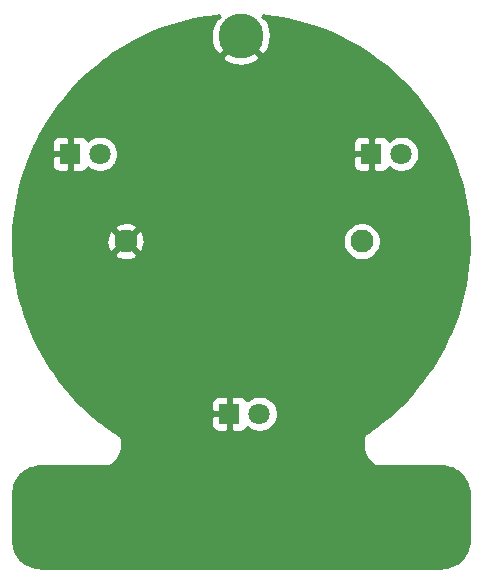
<source format=gbr>
%TF.GenerationSoftware,KiCad,Pcbnew,5.1.9*%
%TF.CreationDate,2021-04-20T19:45:11+02:00*%
%TF.ProjectId,ICanSolder,4943616e-536f-46c6-9465-722e6b696361,rev?*%
%TF.SameCoordinates,Original*%
%TF.FileFunction,Copper,L1,Top*%
%TF.FilePolarity,Positive*%
%FSLAX46Y46*%
G04 Gerber Fmt 4.6, Leading zero omitted, Abs format (unit mm)*
G04 Created by KiCad (PCBNEW 5.1.9) date 2021-04-20 19:45:11*
%MOMM*%
%LPD*%
G01*
G04 APERTURE LIST*
%TA.AperFunction,ComponentPad*%
%ADD10C,3.800000*%
%TD*%
%TA.AperFunction,ComponentPad*%
%ADD11C,1.800000*%
%TD*%
%TA.AperFunction,ComponentPad*%
%ADD12R,1.800000X1.800000*%
%TD*%
%TA.AperFunction,ComponentPad*%
%ADD13C,1.948180*%
%TD*%
%TA.AperFunction,Conductor*%
%ADD14C,0.254000*%
%TD*%
%TA.AperFunction,Conductor*%
%ADD15C,0.100000*%
%TD*%
G04 APERTURE END LIST*
D10*
%TO.P,H1,1*%
%TO.N,GND*%
X180962489Y-98000000D03*
%TD*%
D11*
%TO.P,D1,2*%
%TO.N,VCC*%
X169040000Y-108000000D03*
D12*
%TO.P,D1,1*%
%TO.N,GND*%
X166500000Y-108000000D03*
%TD*%
D11*
%TO.P,D3,2*%
%TO.N,VCC*%
X194540000Y-108000000D03*
D12*
%TO.P,D3,1*%
%TO.N,GND*%
X192000000Y-108000000D03*
%TD*%
D11*
%TO.P,D2,2*%
%TO.N,VCC*%
X182540000Y-130000000D03*
D12*
%TO.P,D2,1*%
%TO.N,GND*%
X180000000Y-130000000D03*
%TD*%
D13*
%TO.P,BT1,2*%
%TO.N,GND*%
X171200000Y-115400000D03*
%TO.P,BT1,1*%
%TO.N,VCC*%
X191197420Y-115400000D03*
%TD*%
D14*
%TO.N,GND*%
X182935944Y-96285054D02*
X183901653Y-96407837D01*
X184851881Y-96577510D01*
X185784727Y-96792532D01*
X186699616Y-97052435D01*
X187596323Y-97355809D01*
X188472331Y-97700992D01*
X189326644Y-98087702D01*
X190158597Y-98513390D01*
X190966324Y-98977877D01*
X191749165Y-99479902D01*
X192505489Y-100018071D01*
X193234810Y-100590541D01*
X193934835Y-101197315D01*
X194604798Y-101836349D01*
X195243713Y-102506216D01*
X195850092Y-103206427D01*
X196423142Y-103935777D01*
X196961280Y-104691880D01*
X197463065Y-105474831D01*
X197927866Y-106282829D01*
X198353909Y-107114432D01*
X198739910Y-107969127D01*
X199085349Y-108844933D01*
X199388780Y-109740877D01*
X199648497Y-110656139D01*
X199863606Y-111589723D01*
X200033256Y-112539351D01*
X200155918Y-113505132D01*
X200230802Y-114484983D01*
X200255915Y-115481003D01*
X200242924Y-116193933D01*
X200203585Y-116904385D01*
X200138164Y-117609661D01*
X200047952Y-118308454D01*
X199932476Y-119001030D01*
X199792464Y-119686676D01*
X199628193Y-120364303D01*
X199440194Y-121033310D01*
X199228080Y-121694162D01*
X198993550Y-122345912D01*
X198735582Y-122986746D01*
X198455367Y-123618000D01*
X198153692Y-124237699D01*
X197829750Y-124845474D01*
X197484666Y-125441575D01*
X197119144Y-126024210D01*
X196732170Y-126593938D01*
X196325780Y-127150105D01*
X195899826Y-127690718D01*
X195453682Y-128216585D01*
X194989090Y-128726665D01*
X194505425Y-129220806D01*
X194003704Y-129697991D01*
X193484398Y-130158036D01*
X192947128Y-130599502D01*
X192393181Y-131022884D01*
X191821651Y-131427069D01*
X191686893Y-131515332D01*
X191673023Y-131521655D01*
X191630575Y-131552220D01*
X191615073Y-131562373D01*
X191603259Y-131571888D01*
X191563523Y-131600500D01*
X191550825Y-131614120D01*
X191536318Y-131625804D01*
X191504897Y-131663382D01*
X191471509Y-131699193D01*
X191461713Y-131715027D01*
X191449763Y-131729318D01*
X191426280Y-131772298D01*
X191400516Y-131813941D01*
X191393995Y-131831387D01*
X191385066Y-131847730D01*
X191370422Y-131894457D01*
X191365112Y-131908664D01*
X191360357Y-131926574D01*
X191344714Y-131976488D01*
X191343081Y-131991641D01*
X191330552Y-132038828D01*
X191323677Y-132062146D01*
X191321929Y-132071308D01*
X191319533Y-132080331D01*
X191315626Y-132104335D01*
X191297728Y-132198129D01*
X191292176Y-132224395D01*
X191291432Y-132231126D01*
X191290161Y-132237785D01*
X191287736Y-132264547D01*
X191277069Y-132361010D01*
X191273740Y-132385082D01*
X191273373Y-132394433D01*
X191272345Y-132403728D01*
X191272054Y-132428016D01*
X191268291Y-132523874D01*
X191266676Y-132548026D01*
X191266972Y-132557456D01*
X191266602Y-132566888D01*
X191268028Y-132591059D01*
X191270215Y-132660675D01*
X191270049Y-132680714D01*
X191271271Y-132694277D01*
X191271699Y-132707890D01*
X191274289Y-132727764D01*
X191280198Y-132793333D01*
X191281387Y-132814965D01*
X191283215Y-132826812D01*
X191284291Y-132838752D01*
X191288342Y-132860040D01*
X191298040Y-132922894D01*
X191300126Y-132941737D01*
X191303165Y-132956109D01*
X191305407Y-132970637D01*
X191310124Y-132989012D01*
X191323201Y-133050850D01*
X191327014Y-133072493D01*
X191330154Y-133083726D01*
X191332570Y-133095152D01*
X191339208Y-133116119D01*
X191356164Y-133176784D01*
X191360714Y-133196034D01*
X191365206Y-133209134D01*
X191368941Y-133222499D01*
X191376119Y-133240965D01*
X191395993Y-133298933D01*
X191401956Y-133318738D01*
X191406904Y-133330754D01*
X191411114Y-133343034D01*
X191419699Y-133361828D01*
X191442700Y-133417690D01*
X191449350Y-133435956D01*
X191455502Y-133448779D01*
X191460915Y-133461926D01*
X191470040Y-133479084D01*
X191496243Y-133533705D01*
X191504844Y-133553392D01*
X191510767Y-133563980D01*
X191516028Y-133574946D01*
X191527199Y-133593352D01*
X191555956Y-133644756D01*
X191564013Y-133660843D01*
X191572380Y-133674115D01*
X191580031Y-133687791D01*
X191590300Y-133702539D01*
X191620948Y-133751152D01*
X191631149Y-133768811D01*
X191638868Y-133779577D01*
X191645939Y-133790793D01*
X191658467Y-133806912D01*
X191693205Y-133855363D01*
X191704324Y-133872231D01*
X191712791Y-133882681D01*
X191720630Y-133893614D01*
X191733955Y-133908801D01*
X191770795Y-133954267D01*
X191782383Y-133969849D01*
X191791959Y-133980386D01*
X191800928Y-133991456D01*
X191814576Y-134005276D01*
X191853358Y-134047953D01*
X191865769Y-134062810D01*
X191875968Y-134072833D01*
X191885584Y-134083415D01*
X191899943Y-134096395D01*
X191941028Y-134136772D01*
X191954318Y-134150963D01*
X191965008Y-134160339D01*
X191975148Y-134170304D01*
X191990284Y-134182507D01*
X192033387Y-134220311D01*
X192047344Y-134233627D01*
X192058664Y-134242480D01*
X192069468Y-134251956D01*
X192085148Y-134263193D01*
X192135499Y-134302573D01*
X192181438Y-134340274D01*
X192218380Y-134360020D01*
X192253727Y-134382455D01*
X192277730Y-134391743D01*
X192300439Y-134403881D01*
X192340520Y-134416039D01*
X192379568Y-134431149D01*
X192404924Y-134435576D01*
X192429562Y-134443050D01*
X192471243Y-134447155D01*
X192512490Y-134454357D01*
X192571852Y-134452962D01*
X197917547Y-134452962D01*
X198173228Y-134465724D01*
X198404072Y-134500893D01*
X198626113Y-134557629D01*
X198838291Y-134634933D01*
X199040524Y-134732176D01*
X199230862Y-134847396D01*
X199408662Y-134980543D01*
X199572983Y-135129740D01*
X199722374Y-135294255D01*
X199855158Y-135471639D01*
X199970433Y-135662270D01*
X200067880Y-135864927D01*
X200145290Y-136076836D01*
X200201759Y-136298633D01*
X200237004Y-136529779D01*
X200249988Y-136785709D01*
X200249987Y-140695367D01*
X200237004Y-140951056D01*
X200201746Y-141182487D01*
X200145290Y-141404234D01*
X200067880Y-141616143D01*
X199970506Y-141818648D01*
X199855157Y-142009198D01*
X199722372Y-142186788D01*
X199572979Y-142351100D01*
X199408664Y-142500497D01*
X199231078Y-142633279D01*
X199040524Y-142748630D01*
X198838026Y-142846000D01*
X198626109Y-142923412D01*
X198404356Y-142979869D01*
X198172933Y-143015126D01*
X197917250Y-143028108D01*
X164007775Y-143028108D01*
X163752073Y-143015126D01*
X163520683Y-142979871D01*
X163298968Y-142923418D01*
X163087047Y-142845998D01*
X162884392Y-142748571D01*
X162693866Y-142633311D01*
X162516470Y-142500534D01*
X162351978Y-142351089D01*
X162202712Y-142186806D01*
X162069704Y-142009025D01*
X161954391Y-141818671D01*
X161857187Y-141616307D01*
X161779718Y-141404179D01*
X161723200Y-141182428D01*
X161687993Y-140951204D01*
X161675097Y-140695490D01*
X161675097Y-136785565D01*
X161687994Y-136529631D01*
X161723187Y-136298692D01*
X161779718Y-136076891D01*
X161857187Y-135864763D01*
X161954462Y-135662251D01*
X162069702Y-135471813D01*
X162202714Y-135294233D01*
X162351967Y-135129758D01*
X162516469Y-134980508D01*
X162694079Y-134847366D01*
X162884392Y-134732235D01*
X163086789Y-134634933D01*
X163298965Y-134557622D01*
X163520971Y-134500891D01*
X163751784Y-134465724D01*
X164007495Y-134452962D01*
X169610195Y-134452962D01*
X169669732Y-134454328D01*
X169710786Y-134447136D01*
X169752273Y-134443050D01*
X169777095Y-134435520D01*
X169802642Y-134431045D01*
X169841504Y-134415982D01*
X169881396Y-134403881D01*
X169904274Y-134391653D01*
X169928455Y-134382280D01*
X169963630Y-134359926D01*
X170000397Y-134340274D01*
X170046469Y-134302463D01*
X170096381Y-134263381D01*
X170111525Y-134252561D01*
X170122859Y-134242649D01*
X170134704Y-134233374D01*
X170148159Y-134220523D01*
X170191339Y-134182759D01*
X170206901Y-134170207D01*
X170216638Y-134160633D01*
X170226923Y-134151639D01*
X170240615Y-134137060D01*
X170282245Y-134096131D01*
X170296773Y-134082974D01*
X170306218Y-134072561D01*
X170316244Y-134062704D01*
X170328805Y-134047660D01*
X170367679Y-134004804D01*
X170381322Y-133990962D01*
X170390265Y-133979904D01*
X170399823Y-133969366D01*
X170411410Y-133953755D01*
X170447903Y-133908628D01*
X170460960Y-133893756D01*
X170469050Y-133882479D01*
X170477769Y-133871697D01*
X170488639Y-133855173D01*
X170522803Y-133807548D01*
X170534976Y-133791952D01*
X170542396Y-133780236D01*
X170550483Y-133768963D01*
X170560388Y-133751828D01*
X170591667Y-133702440D01*
X170602781Y-133686396D01*
X170609664Y-133674023D01*
X170617231Y-133662075D01*
X170625998Y-133644660D01*
X170654624Y-133593202D01*
X170665047Y-133576102D01*
X170670962Y-133563832D01*
X170677590Y-133551918D01*
X170685567Y-133533538D01*
X170711702Y-133479326D01*
X170721300Y-133461231D01*
X170726305Y-133449038D01*
X170732027Y-133437168D01*
X170739071Y-133417935D01*
X170762273Y-133361404D01*
X170770739Y-133342856D01*
X170775044Y-133330289D01*
X170780082Y-133318014D01*
X170785932Y-133298503D01*
X170805739Y-133240682D01*
X170812940Y-133222124D01*
X170816638Y-133208865D01*
X170821096Y-133195850D01*
X170825668Y-133176486D01*
X170842344Y-133116690D01*
X170848729Y-133096680D01*
X170851378Y-133084294D01*
X170854777Y-133072107D01*
X170858407Y-133051435D01*
X170871719Y-132989196D01*
X170876745Y-132969474D01*
X170878753Y-132956311D01*
X170881536Y-132943298D01*
X170883820Y-132923085D01*
X170893481Y-132859746D01*
X170897383Y-132839337D01*
X170898550Y-132826512D01*
X170900491Y-132813785D01*
X170901596Y-132793033D01*
X170907551Y-132727579D01*
X170910214Y-132706916D01*
X170910599Y-132694075D01*
X170911761Y-132681305D01*
X170911606Y-132660497D01*
X170913787Y-132587807D01*
X170915133Y-132561356D01*
X170914794Y-132554204D01*
X170915009Y-132547049D01*
X170913205Y-132520639D01*
X170907907Y-132408727D01*
X170907042Y-132380725D01*
X170906317Y-132375140D01*
X170906051Y-132369519D01*
X170901994Y-132341829D01*
X170887835Y-132232738D01*
X170881345Y-132172890D01*
X170869048Y-132133744D01*
X170859802Y-132093760D01*
X170848876Y-132069527D01*
X170840907Y-132044159D01*
X170821205Y-132008157D01*
X170804340Y-131970752D01*
X170788894Y-131949113D01*
X170776131Y-131925791D01*
X170749789Y-131894330D01*
X170725946Y-131860928D01*
X170706574Y-131842718D01*
X170689507Y-131822334D01*
X170657524Y-131796609D01*
X170627632Y-131768509D01*
X170576564Y-131736622D01*
X170103110Y-131426969D01*
X169531940Y-131022914D01*
X169371121Y-130900000D01*
X178461928Y-130900000D01*
X178474188Y-131024482D01*
X178510498Y-131144180D01*
X178569463Y-131254494D01*
X178648815Y-131351185D01*
X178745506Y-131430537D01*
X178855820Y-131489502D01*
X178975518Y-131525812D01*
X179100000Y-131538072D01*
X179714250Y-131535000D01*
X179873000Y-131376250D01*
X179873000Y-130127000D01*
X178623750Y-130127000D01*
X178465000Y-130285750D01*
X178461928Y-130900000D01*
X169371121Y-130900000D01*
X168977948Y-130599498D01*
X168440506Y-130157996D01*
X167921221Y-129698015D01*
X167419557Y-129220862D01*
X167301283Y-129100000D01*
X178461928Y-129100000D01*
X178465000Y-129714250D01*
X178623750Y-129873000D01*
X179873000Y-129873000D01*
X179873000Y-128623750D01*
X180127000Y-128623750D01*
X180127000Y-129873000D01*
X180147000Y-129873000D01*
X180147000Y-130127000D01*
X180127000Y-130127000D01*
X180127000Y-131376250D01*
X180285750Y-131535000D01*
X180900000Y-131538072D01*
X181024482Y-131525812D01*
X181144180Y-131489502D01*
X181254494Y-131430537D01*
X181351185Y-131351185D01*
X181430537Y-131254494D01*
X181489502Y-131144180D01*
X181495056Y-131125873D01*
X181561495Y-131192312D01*
X181812905Y-131360299D01*
X182092257Y-131476011D01*
X182388816Y-131535000D01*
X182691184Y-131535000D01*
X182987743Y-131476011D01*
X183267095Y-131360299D01*
X183518505Y-131192312D01*
X183732312Y-130978505D01*
X183900299Y-130727095D01*
X184016011Y-130447743D01*
X184075000Y-130151184D01*
X184075000Y-129848816D01*
X184016011Y-129552257D01*
X183900299Y-129272905D01*
X183732312Y-129021495D01*
X183518505Y-128807688D01*
X183267095Y-128639701D01*
X182987743Y-128523989D01*
X182691184Y-128465000D01*
X182388816Y-128465000D01*
X182092257Y-128523989D01*
X181812905Y-128639701D01*
X181561495Y-128807688D01*
X181495056Y-128874127D01*
X181489502Y-128855820D01*
X181430537Y-128745506D01*
X181351185Y-128648815D01*
X181254494Y-128569463D01*
X181144180Y-128510498D01*
X181024482Y-128474188D01*
X180900000Y-128461928D01*
X180285750Y-128465000D01*
X180127000Y-128623750D01*
X179873000Y-128623750D01*
X179714250Y-128465000D01*
X179100000Y-128461928D01*
X178975518Y-128474188D01*
X178855820Y-128510498D01*
X178745506Y-128569463D01*
X178648815Y-128648815D01*
X178569463Y-128745506D01*
X178510498Y-128855820D01*
X178474188Y-128975518D01*
X178461928Y-129100000D01*
X167301283Y-129100000D01*
X166935961Y-128726688D01*
X166471370Y-128216695D01*
X166025596Y-127690722D01*
X165599052Y-127149976D01*
X165192845Y-126593990D01*
X164805905Y-126024202D01*
X164440230Y-125441566D01*
X164095300Y-124845553D01*
X163771419Y-124237706D01*
X163469540Y-123617955D01*
X163189456Y-122986828D01*
X162931548Y-122345956D01*
X162697007Y-121694171D01*
X162484854Y-121033282D01*
X162296798Y-120364351D01*
X162132604Y-119686622D01*
X161992395Y-119001006D01*
X161877132Y-118308479D01*
X161786784Y-117609619D01*
X161721392Y-116904387D01*
X161699896Y-116516935D01*
X170262670Y-116516935D01*
X170355305Y-116778688D01*
X170640505Y-116916989D01*
X170947205Y-116996992D01*
X171263620Y-117015624D01*
X171577590Y-116972169D01*
X171877050Y-116868297D01*
X172044695Y-116778688D01*
X172137330Y-116516935D01*
X171200000Y-115579605D01*
X170262670Y-116516935D01*
X161699896Y-116516935D01*
X161681976Y-116193946D01*
X161669062Y-115481024D01*
X161669500Y-115463620D01*
X169584376Y-115463620D01*
X169627831Y-115777590D01*
X169731703Y-116077050D01*
X169821312Y-116244695D01*
X170083065Y-116337330D01*
X171020395Y-115400000D01*
X171379605Y-115400000D01*
X172316935Y-116337330D01*
X172578688Y-116244695D01*
X172716989Y-115959495D01*
X172796992Y-115652795D01*
X172815624Y-115336380D01*
X172802495Y-115241518D01*
X189588330Y-115241518D01*
X189588330Y-115558482D01*
X189650166Y-115869354D01*
X189771463Y-116162190D01*
X189947558Y-116425735D01*
X190171685Y-116649862D01*
X190435230Y-116825957D01*
X190728066Y-116947254D01*
X191038938Y-117009090D01*
X191355902Y-117009090D01*
X191666774Y-116947254D01*
X191959610Y-116825957D01*
X192223155Y-116649862D01*
X192447282Y-116425735D01*
X192623377Y-116162190D01*
X192744674Y-115869354D01*
X192806510Y-115558482D01*
X192806510Y-115241518D01*
X192744674Y-114930646D01*
X192623377Y-114637810D01*
X192447282Y-114374265D01*
X192223155Y-114150138D01*
X191959610Y-113974043D01*
X191666774Y-113852746D01*
X191355902Y-113790910D01*
X191038938Y-113790910D01*
X190728066Y-113852746D01*
X190435230Y-113974043D01*
X190171685Y-114150138D01*
X189947558Y-114374265D01*
X189771463Y-114637810D01*
X189650166Y-114930646D01*
X189588330Y-115241518D01*
X172802495Y-115241518D01*
X172772169Y-115022410D01*
X172668297Y-114722950D01*
X172578688Y-114555305D01*
X172316935Y-114462670D01*
X171379605Y-115400000D01*
X171020395Y-115400000D01*
X170083065Y-114462670D01*
X169821312Y-114555305D01*
X169683011Y-114840505D01*
X169603008Y-115147205D01*
X169584376Y-115463620D01*
X161669500Y-115463620D01*
X161694074Y-114487436D01*
X161709617Y-114283065D01*
X170262670Y-114283065D01*
X171200000Y-115220395D01*
X172137330Y-114283065D01*
X172044695Y-114021312D01*
X171759495Y-113883011D01*
X171452795Y-113803008D01*
X171136380Y-113784376D01*
X170822410Y-113827831D01*
X170522950Y-113931703D01*
X170355305Y-114021312D01*
X170262670Y-114283065D01*
X161709617Y-114283065D01*
X161768443Y-113509606D01*
X161890754Y-112545785D01*
X162059401Y-111597682D01*
X162273920Y-110666328D01*
X162532848Y-109752802D01*
X162820614Y-108900000D01*
X164961928Y-108900000D01*
X164974188Y-109024482D01*
X165010498Y-109144180D01*
X165069463Y-109254494D01*
X165148815Y-109351185D01*
X165245506Y-109430537D01*
X165355820Y-109489502D01*
X165475518Y-109525812D01*
X165600000Y-109538072D01*
X166214250Y-109535000D01*
X166373000Y-109376250D01*
X166373000Y-108127000D01*
X165123750Y-108127000D01*
X164965000Y-108285750D01*
X164961928Y-108900000D01*
X162820614Y-108900000D01*
X162834690Y-108858287D01*
X163178928Y-107983694D01*
X163563626Y-107130485D01*
X163579207Y-107100000D01*
X164961928Y-107100000D01*
X164965000Y-107714250D01*
X165123750Y-107873000D01*
X166373000Y-107873000D01*
X166373000Y-106623750D01*
X166627000Y-106623750D01*
X166627000Y-107873000D01*
X166647000Y-107873000D01*
X166647000Y-108127000D01*
X166627000Y-108127000D01*
X166627000Y-109376250D01*
X166785750Y-109535000D01*
X167400000Y-109538072D01*
X167524482Y-109525812D01*
X167644180Y-109489502D01*
X167754494Y-109430537D01*
X167851185Y-109351185D01*
X167930537Y-109254494D01*
X167989502Y-109144180D01*
X167995056Y-109125873D01*
X168061495Y-109192312D01*
X168312905Y-109360299D01*
X168592257Y-109476011D01*
X168888816Y-109535000D01*
X169191184Y-109535000D01*
X169487743Y-109476011D01*
X169767095Y-109360299D01*
X170018505Y-109192312D01*
X170232312Y-108978505D01*
X170284767Y-108900000D01*
X190461928Y-108900000D01*
X190474188Y-109024482D01*
X190510498Y-109144180D01*
X190569463Y-109254494D01*
X190648815Y-109351185D01*
X190745506Y-109430537D01*
X190855820Y-109489502D01*
X190975518Y-109525812D01*
X191100000Y-109538072D01*
X191714250Y-109535000D01*
X191873000Y-109376250D01*
X191873000Y-108127000D01*
X190623750Y-108127000D01*
X190465000Y-108285750D01*
X190461928Y-108900000D01*
X170284767Y-108900000D01*
X170400299Y-108727095D01*
X170516011Y-108447743D01*
X170575000Y-108151184D01*
X170575000Y-107848816D01*
X170516011Y-107552257D01*
X170400299Y-107272905D01*
X170284768Y-107100000D01*
X190461928Y-107100000D01*
X190465000Y-107714250D01*
X190623750Y-107873000D01*
X191873000Y-107873000D01*
X191873000Y-106623750D01*
X192127000Y-106623750D01*
X192127000Y-107873000D01*
X192147000Y-107873000D01*
X192147000Y-108127000D01*
X192127000Y-108127000D01*
X192127000Y-109376250D01*
X192285750Y-109535000D01*
X192900000Y-109538072D01*
X193024482Y-109525812D01*
X193144180Y-109489502D01*
X193254494Y-109430537D01*
X193351185Y-109351185D01*
X193430537Y-109254494D01*
X193489502Y-109144180D01*
X193495056Y-109125873D01*
X193561495Y-109192312D01*
X193812905Y-109360299D01*
X194092257Y-109476011D01*
X194388816Y-109535000D01*
X194691184Y-109535000D01*
X194987743Y-109476011D01*
X195267095Y-109360299D01*
X195518505Y-109192312D01*
X195732312Y-108978505D01*
X195900299Y-108727095D01*
X196016011Y-108447743D01*
X196075000Y-108151184D01*
X196075000Y-107848816D01*
X196016011Y-107552257D01*
X195900299Y-107272905D01*
X195732312Y-107021495D01*
X195518505Y-106807688D01*
X195267095Y-106639701D01*
X194987743Y-106523989D01*
X194691184Y-106465000D01*
X194388816Y-106465000D01*
X194092257Y-106523989D01*
X193812905Y-106639701D01*
X193561495Y-106807688D01*
X193495056Y-106874127D01*
X193489502Y-106855820D01*
X193430537Y-106745506D01*
X193351185Y-106648815D01*
X193254494Y-106569463D01*
X193144180Y-106510498D01*
X193024482Y-106474188D01*
X192900000Y-106461928D01*
X192285750Y-106465000D01*
X192127000Y-106623750D01*
X191873000Y-106623750D01*
X191714250Y-106465000D01*
X191100000Y-106461928D01*
X190975518Y-106474188D01*
X190855820Y-106510498D01*
X190745506Y-106569463D01*
X190648815Y-106648815D01*
X190569463Y-106745506D01*
X190510498Y-106855820D01*
X190474188Y-106975518D01*
X190461928Y-107100000D01*
X170284768Y-107100000D01*
X170232312Y-107021495D01*
X170018505Y-106807688D01*
X169767095Y-106639701D01*
X169487743Y-106523989D01*
X169191184Y-106465000D01*
X168888816Y-106465000D01*
X168592257Y-106523989D01*
X168312905Y-106639701D01*
X168061495Y-106807688D01*
X167995056Y-106874127D01*
X167989502Y-106855820D01*
X167930537Y-106745506D01*
X167851185Y-106648815D01*
X167754494Y-106569463D01*
X167644180Y-106510498D01*
X167524482Y-106474188D01*
X167400000Y-106461928D01*
X166785750Y-106465000D01*
X166627000Y-106623750D01*
X166373000Y-106623750D01*
X166214250Y-106465000D01*
X165600000Y-106461928D01*
X165475518Y-106474188D01*
X165355820Y-106510498D01*
X165245506Y-106569463D01*
X165148815Y-106648815D01*
X165069463Y-106745506D01*
X165010498Y-106855820D01*
X164974188Y-106975518D01*
X164961928Y-107100000D01*
X163579207Y-107100000D01*
X163988283Y-106299642D01*
X164450823Y-105492796D01*
X164950894Y-104711275D01*
X165487002Y-103955010D01*
X166057420Y-103226888D01*
X166661822Y-102527174D01*
X167298683Y-101857375D01*
X167966636Y-101218869D01*
X168664461Y-100611899D01*
X169391101Y-100038978D01*
X169758969Y-99776349D01*
X179365745Y-99776349D01*
X179569851Y-100132867D01*
X180012712Y-100363575D01*
X180492072Y-100503452D01*
X180989510Y-100547123D01*
X181485911Y-100492909D01*
X181962196Y-100342894D01*
X182355127Y-100132867D01*
X182559233Y-99776349D01*
X180962489Y-98179605D01*
X179365745Y-99776349D01*
X169758969Y-99776349D01*
X170144744Y-99500936D01*
X170925345Y-98998338D01*
X171730642Y-98532820D01*
X172559972Y-98106181D01*
X173411755Y-97718463D01*
X174285269Y-97371749D01*
X175178874Y-97066900D01*
X176091747Y-96805008D01*
X177022277Y-96587968D01*
X177969927Y-96415801D01*
X178933095Y-96290541D01*
X179082241Y-96278740D01*
X179071931Y-96289050D01*
X179186138Y-96403257D01*
X178829622Y-96607362D01*
X178598914Y-97050223D01*
X178459037Y-97529583D01*
X178415366Y-98027021D01*
X178469580Y-98523422D01*
X178619595Y-98999707D01*
X178829622Y-99392638D01*
X179186140Y-99596744D01*
X180782884Y-98000000D01*
X180768742Y-97985858D01*
X180948347Y-97806253D01*
X180962489Y-97820395D01*
X180976632Y-97806253D01*
X181156237Y-97985858D01*
X181142094Y-98000000D01*
X182738838Y-99596744D01*
X183095356Y-99392638D01*
X183326064Y-98949777D01*
X183465941Y-98470417D01*
X183509612Y-97972979D01*
X183455398Y-97476578D01*
X183305383Y-97000293D01*
X183095356Y-96607362D01*
X182738840Y-96403257D01*
X182853047Y-96289050D01*
X182841866Y-96277869D01*
X182935944Y-96285054D01*
%TA.AperFunction,Conductor*%
D15*
G36*
X182935944Y-96285054D02*
G01*
X183901653Y-96407837D01*
X184851881Y-96577510D01*
X185784727Y-96792532D01*
X186699616Y-97052435D01*
X187596323Y-97355809D01*
X188472331Y-97700992D01*
X189326644Y-98087702D01*
X190158597Y-98513390D01*
X190966324Y-98977877D01*
X191749165Y-99479902D01*
X192505489Y-100018071D01*
X193234810Y-100590541D01*
X193934835Y-101197315D01*
X194604798Y-101836349D01*
X195243713Y-102506216D01*
X195850092Y-103206427D01*
X196423142Y-103935777D01*
X196961280Y-104691880D01*
X197463065Y-105474831D01*
X197927866Y-106282829D01*
X198353909Y-107114432D01*
X198739910Y-107969127D01*
X199085349Y-108844933D01*
X199388780Y-109740877D01*
X199648497Y-110656139D01*
X199863606Y-111589723D01*
X200033256Y-112539351D01*
X200155918Y-113505132D01*
X200230802Y-114484983D01*
X200255915Y-115481003D01*
X200242924Y-116193933D01*
X200203585Y-116904385D01*
X200138164Y-117609661D01*
X200047952Y-118308454D01*
X199932476Y-119001030D01*
X199792464Y-119686676D01*
X199628193Y-120364303D01*
X199440194Y-121033310D01*
X199228080Y-121694162D01*
X198993550Y-122345912D01*
X198735582Y-122986746D01*
X198455367Y-123618000D01*
X198153692Y-124237699D01*
X197829750Y-124845474D01*
X197484666Y-125441575D01*
X197119144Y-126024210D01*
X196732170Y-126593938D01*
X196325780Y-127150105D01*
X195899826Y-127690718D01*
X195453682Y-128216585D01*
X194989090Y-128726665D01*
X194505425Y-129220806D01*
X194003704Y-129697991D01*
X193484398Y-130158036D01*
X192947128Y-130599502D01*
X192393181Y-131022884D01*
X191821651Y-131427069D01*
X191686893Y-131515332D01*
X191673023Y-131521655D01*
X191630575Y-131552220D01*
X191615073Y-131562373D01*
X191603259Y-131571888D01*
X191563523Y-131600500D01*
X191550825Y-131614120D01*
X191536318Y-131625804D01*
X191504897Y-131663382D01*
X191471509Y-131699193D01*
X191461713Y-131715027D01*
X191449763Y-131729318D01*
X191426280Y-131772298D01*
X191400516Y-131813941D01*
X191393995Y-131831387D01*
X191385066Y-131847730D01*
X191370422Y-131894457D01*
X191365112Y-131908664D01*
X191360357Y-131926574D01*
X191344714Y-131976488D01*
X191343081Y-131991641D01*
X191330552Y-132038828D01*
X191323677Y-132062146D01*
X191321929Y-132071308D01*
X191319533Y-132080331D01*
X191315626Y-132104335D01*
X191297728Y-132198129D01*
X191292176Y-132224395D01*
X191291432Y-132231126D01*
X191290161Y-132237785D01*
X191287736Y-132264547D01*
X191277069Y-132361010D01*
X191273740Y-132385082D01*
X191273373Y-132394433D01*
X191272345Y-132403728D01*
X191272054Y-132428016D01*
X191268291Y-132523874D01*
X191266676Y-132548026D01*
X191266972Y-132557456D01*
X191266602Y-132566888D01*
X191268028Y-132591059D01*
X191270215Y-132660675D01*
X191270049Y-132680714D01*
X191271271Y-132694277D01*
X191271699Y-132707890D01*
X191274289Y-132727764D01*
X191280198Y-132793333D01*
X191281387Y-132814965D01*
X191283215Y-132826812D01*
X191284291Y-132838752D01*
X191288342Y-132860040D01*
X191298040Y-132922894D01*
X191300126Y-132941737D01*
X191303165Y-132956109D01*
X191305407Y-132970637D01*
X191310124Y-132989012D01*
X191323201Y-133050850D01*
X191327014Y-133072493D01*
X191330154Y-133083726D01*
X191332570Y-133095152D01*
X191339208Y-133116119D01*
X191356164Y-133176784D01*
X191360714Y-133196034D01*
X191365206Y-133209134D01*
X191368941Y-133222499D01*
X191376119Y-133240965D01*
X191395993Y-133298933D01*
X191401956Y-133318738D01*
X191406904Y-133330754D01*
X191411114Y-133343034D01*
X191419699Y-133361828D01*
X191442700Y-133417690D01*
X191449350Y-133435956D01*
X191455502Y-133448779D01*
X191460915Y-133461926D01*
X191470040Y-133479084D01*
X191496243Y-133533705D01*
X191504844Y-133553392D01*
X191510767Y-133563980D01*
X191516028Y-133574946D01*
X191527199Y-133593352D01*
X191555956Y-133644756D01*
X191564013Y-133660843D01*
X191572380Y-133674115D01*
X191580031Y-133687791D01*
X191590300Y-133702539D01*
X191620948Y-133751152D01*
X191631149Y-133768811D01*
X191638868Y-133779577D01*
X191645939Y-133790793D01*
X191658467Y-133806912D01*
X191693205Y-133855363D01*
X191704324Y-133872231D01*
X191712791Y-133882681D01*
X191720630Y-133893614D01*
X191733955Y-133908801D01*
X191770795Y-133954267D01*
X191782383Y-133969849D01*
X191791959Y-133980386D01*
X191800928Y-133991456D01*
X191814576Y-134005276D01*
X191853358Y-134047953D01*
X191865769Y-134062810D01*
X191875968Y-134072833D01*
X191885584Y-134083415D01*
X191899943Y-134096395D01*
X191941028Y-134136772D01*
X191954318Y-134150963D01*
X191965008Y-134160339D01*
X191975148Y-134170304D01*
X191990284Y-134182507D01*
X192033387Y-134220311D01*
X192047344Y-134233627D01*
X192058664Y-134242480D01*
X192069468Y-134251956D01*
X192085148Y-134263193D01*
X192135499Y-134302573D01*
X192181438Y-134340274D01*
X192218380Y-134360020D01*
X192253727Y-134382455D01*
X192277730Y-134391743D01*
X192300439Y-134403881D01*
X192340520Y-134416039D01*
X192379568Y-134431149D01*
X192404924Y-134435576D01*
X192429562Y-134443050D01*
X192471243Y-134447155D01*
X192512490Y-134454357D01*
X192571852Y-134452962D01*
X197917547Y-134452962D01*
X198173228Y-134465724D01*
X198404072Y-134500893D01*
X198626113Y-134557629D01*
X198838291Y-134634933D01*
X199040524Y-134732176D01*
X199230862Y-134847396D01*
X199408662Y-134980543D01*
X199572983Y-135129740D01*
X199722374Y-135294255D01*
X199855158Y-135471639D01*
X199970433Y-135662270D01*
X200067880Y-135864927D01*
X200145290Y-136076836D01*
X200201759Y-136298633D01*
X200237004Y-136529779D01*
X200249988Y-136785709D01*
X200249987Y-140695367D01*
X200237004Y-140951056D01*
X200201746Y-141182487D01*
X200145290Y-141404234D01*
X200067880Y-141616143D01*
X199970506Y-141818648D01*
X199855157Y-142009198D01*
X199722372Y-142186788D01*
X199572979Y-142351100D01*
X199408664Y-142500497D01*
X199231078Y-142633279D01*
X199040524Y-142748630D01*
X198838026Y-142846000D01*
X198626109Y-142923412D01*
X198404356Y-142979869D01*
X198172933Y-143015126D01*
X197917250Y-143028108D01*
X164007775Y-143028108D01*
X163752073Y-143015126D01*
X163520683Y-142979871D01*
X163298968Y-142923418D01*
X163087047Y-142845998D01*
X162884392Y-142748571D01*
X162693866Y-142633311D01*
X162516470Y-142500534D01*
X162351978Y-142351089D01*
X162202712Y-142186806D01*
X162069704Y-142009025D01*
X161954391Y-141818671D01*
X161857187Y-141616307D01*
X161779718Y-141404179D01*
X161723200Y-141182428D01*
X161687993Y-140951204D01*
X161675097Y-140695490D01*
X161675097Y-136785565D01*
X161687994Y-136529631D01*
X161723187Y-136298692D01*
X161779718Y-136076891D01*
X161857187Y-135864763D01*
X161954462Y-135662251D01*
X162069702Y-135471813D01*
X162202714Y-135294233D01*
X162351967Y-135129758D01*
X162516469Y-134980508D01*
X162694079Y-134847366D01*
X162884392Y-134732235D01*
X163086789Y-134634933D01*
X163298965Y-134557622D01*
X163520971Y-134500891D01*
X163751784Y-134465724D01*
X164007495Y-134452962D01*
X169610195Y-134452962D01*
X169669732Y-134454328D01*
X169710786Y-134447136D01*
X169752273Y-134443050D01*
X169777095Y-134435520D01*
X169802642Y-134431045D01*
X169841504Y-134415982D01*
X169881396Y-134403881D01*
X169904274Y-134391653D01*
X169928455Y-134382280D01*
X169963630Y-134359926D01*
X170000397Y-134340274D01*
X170046469Y-134302463D01*
X170096381Y-134263381D01*
X170111525Y-134252561D01*
X170122859Y-134242649D01*
X170134704Y-134233374D01*
X170148159Y-134220523D01*
X170191339Y-134182759D01*
X170206901Y-134170207D01*
X170216638Y-134160633D01*
X170226923Y-134151639D01*
X170240615Y-134137060D01*
X170282245Y-134096131D01*
X170296773Y-134082974D01*
X170306218Y-134072561D01*
X170316244Y-134062704D01*
X170328805Y-134047660D01*
X170367679Y-134004804D01*
X170381322Y-133990962D01*
X170390265Y-133979904D01*
X170399823Y-133969366D01*
X170411410Y-133953755D01*
X170447903Y-133908628D01*
X170460960Y-133893756D01*
X170469050Y-133882479D01*
X170477769Y-133871697D01*
X170488639Y-133855173D01*
X170522803Y-133807548D01*
X170534976Y-133791952D01*
X170542396Y-133780236D01*
X170550483Y-133768963D01*
X170560388Y-133751828D01*
X170591667Y-133702440D01*
X170602781Y-133686396D01*
X170609664Y-133674023D01*
X170617231Y-133662075D01*
X170625998Y-133644660D01*
X170654624Y-133593202D01*
X170665047Y-133576102D01*
X170670962Y-133563832D01*
X170677590Y-133551918D01*
X170685567Y-133533538D01*
X170711702Y-133479326D01*
X170721300Y-133461231D01*
X170726305Y-133449038D01*
X170732027Y-133437168D01*
X170739071Y-133417935D01*
X170762273Y-133361404D01*
X170770739Y-133342856D01*
X170775044Y-133330289D01*
X170780082Y-133318014D01*
X170785932Y-133298503D01*
X170805739Y-133240682D01*
X170812940Y-133222124D01*
X170816638Y-133208865D01*
X170821096Y-133195850D01*
X170825668Y-133176486D01*
X170842344Y-133116690D01*
X170848729Y-133096680D01*
X170851378Y-133084294D01*
X170854777Y-133072107D01*
X170858407Y-133051435D01*
X170871719Y-132989196D01*
X170876745Y-132969474D01*
X170878753Y-132956311D01*
X170881536Y-132943298D01*
X170883820Y-132923085D01*
X170893481Y-132859746D01*
X170897383Y-132839337D01*
X170898550Y-132826512D01*
X170900491Y-132813785D01*
X170901596Y-132793033D01*
X170907551Y-132727579D01*
X170910214Y-132706916D01*
X170910599Y-132694075D01*
X170911761Y-132681305D01*
X170911606Y-132660497D01*
X170913787Y-132587807D01*
X170915133Y-132561356D01*
X170914794Y-132554204D01*
X170915009Y-132547049D01*
X170913205Y-132520639D01*
X170907907Y-132408727D01*
X170907042Y-132380725D01*
X170906317Y-132375140D01*
X170906051Y-132369519D01*
X170901994Y-132341829D01*
X170887835Y-132232738D01*
X170881345Y-132172890D01*
X170869048Y-132133744D01*
X170859802Y-132093760D01*
X170848876Y-132069527D01*
X170840907Y-132044159D01*
X170821205Y-132008157D01*
X170804340Y-131970752D01*
X170788894Y-131949113D01*
X170776131Y-131925791D01*
X170749789Y-131894330D01*
X170725946Y-131860928D01*
X170706574Y-131842718D01*
X170689507Y-131822334D01*
X170657524Y-131796609D01*
X170627632Y-131768509D01*
X170576564Y-131736622D01*
X170103110Y-131426969D01*
X169531940Y-131022914D01*
X169371121Y-130900000D01*
X178461928Y-130900000D01*
X178474188Y-131024482D01*
X178510498Y-131144180D01*
X178569463Y-131254494D01*
X178648815Y-131351185D01*
X178745506Y-131430537D01*
X178855820Y-131489502D01*
X178975518Y-131525812D01*
X179100000Y-131538072D01*
X179714250Y-131535000D01*
X179873000Y-131376250D01*
X179873000Y-130127000D01*
X178623750Y-130127000D01*
X178465000Y-130285750D01*
X178461928Y-130900000D01*
X169371121Y-130900000D01*
X168977948Y-130599498D01*
X168440506Y-130157996D01*
X167921221Y-129698015D01*
X167419557Y-129220862D01*
X167301283Y-129100000D01*
X178461928Y-129100000D01*
X178465000Y-129714250D01*
X178623750Y-129873000D01*
X179873000Y-129873000D01*
X179873000Y-128623750D01*
X180127000Y-128623750D01*
X180127000Y-129873000D01*
X180147000Y-129873000D01*
X180147000Y-130127000D01*
X180127000Y-130127000D01*
X180127000Y-131376250D01*
X180285750Y-131535000D01*
X180900000Y-131538072D01*
X181024482Y-131525812D01*
X181144180Y-131489502D01*
X181254494Y-131430537D01*
X181351185Y-131351185D01*
X181430537Y-131254494D01*
X181489502Y-131144180D01*
X181495056Y-131125873D01*
X181561495Y-131192312D01*
X181812905Y-131360299D01*
X182092257Y-131476011D01*
X182388816Y-131535000D01*
X182691184Y-131535000D01*
X182987743Y-131476011D01*
X183267095Y-131360299D01*
X183518505Y-131192312D01*
X183732312Y-130978505D01*
X183900299Y-130727095D01*
X184016011Y-130447743D01*
X184075000Y-130151184D01*
X184075000Y-129848816D01*
X184016011Y-129552257D01*
X183900299Y-129272905D01*
X183732312Y-129021495D01*
X183518505Y-128807688D01*
X183267095Y-128639701D01*
X182987743Y-128523989D01*
X182691184Y-128465000D01*
X182388816Y-128465000D01*
X182092257Y-128523989D01*
X181812905Y-128639701D01*
X181561495Y-128807688D01*
X181495056Y-128874127D01*
X181489502Y-128855820D01*
X181430537Y-128745506D01*
X181351185Y-128648815D01*
X181254494Y-128569463D01*
X181144180Y-128510498D01*
X181024482Y-128474188D01*
X180900000Y-128461928D01*
X180285750Y-128465000D01*
X180127000Y-128623750D01*
X179873000Y-128623750D01*
X179714250Y-128465000D01*
X179100000Y-128461928D01*
X178975518Y-128474188D01*
X178855820Y-128510498D01*
X178745506Y-128569463D01*
X178648815Y-128648815D01*
X178569463Y-128745506D01*
X178510498Y-128855820D01*
X178474188Y-128975518D01*
X178461928Y-129100000D01*
X167301283Y-129100000D01*
X166935961Y-128726688D01*
X166471370Y-128216695D01*
X166025596Y-127690722D01*
X165599052Y-127149976D01*
X165192845Y-126593990D01*
X164805905Y-126024202D01*
X164440230Y-125441566D01*
X164095300Y-124845553D01*
X163771419Y-124237706D01*
X163469540Y-123617955D01*
X163189456Y-122986828D01*
X162931548Y-122345956D01*
X162697007Y-121694171D01*
X162484854Y-121033282D01*
X162296798Y-120364351D01*
X162132604Y-119686622D01*
X161992395Y-119001006D01*
X161877132Y-118308479D01*
X161786784Y-117609619D01*
X161721392Y-116904387D01*
X161699896Y-116516935D01*
X170262670Y-116516935D01*
X170355305Y-116778688D01*
X170640505Y-116916989D01*
X170947205Y-116996992D01*
X171263620Y-117015624D01*
X171577590Y-116972169D01*
X171877050Y-116868297D01*
X172044695Y-116778688D01*
X172137330Y-116516935D01*
X171200000Y-115579605D01*
X170262670Y-116516935D01*
X161699896Y-116516935D01*
X161681976Y-116193946D01*
X161669062Y-115481024D01*
X161669500Y-115463620D01*
X169584376Y-115463620D01*
X169627831Y-115777590D01*
X169731703Y-116077050D01*
X169821312Y-116244695D01*
X170083065Y-116337330D01*
X171020395Y-115400000D01*
X171379605Y-115400000D01*
X172316935Y-116337330D01*
X172578688Y-116244695D01*
X172716989Y-115959495D01*
X172796992Y-115652795D01*
X172815624Y-115336380D01*
X172802495Y-115241518D01*
X189588330Y-115241518D01*
X189588330Y-115558482D01*
X189650166Y-115869354D01*
X189771463Y-116162190D01*
X189947558Y-116425735D01*
X190171685Y-116649862D01*
X190435230Y-116825957D01*
X190728066Y-116947254D01*
X191038938Y-117009090D01*
X191355902Y-117009090D01*
X191666774Y-116947254D01*
X191959610Y-116825957D01*
X192223155Y-116649862D01*
X192447282Y-116425735D01*
X192623377Y-116162190D01*
X192744674Y-115869354D01*
X192806510Y-115558482D01*
X192806510Y-115241518D01*
X192744674Y-114930646D01*
X192623377Y-114637810D01*
X192447282Y-114374265D01*
X192223155Y-114150138D01*
X191959610Y-113974043D01*
X191666774Y-113852746D01*
X191355902Y-113790910D01*
X191038938Y-113790910D01*
X190728066Y-113852746D01*
X190435230Y-113974043D01*
X190171685Y-114150138D01*
X189947558Y-114374265D01*
X189771463Y-114637810D01*
X189650166Y-114930646D01*
X189588330Y-115241518D01*
X172802495Y-115241518D01*
X172772169Y-115022410D01*
X172668297Y-114722950D01*
X172578688Y-114555305D01*
X172316935Y-114462670D01*
X171379605Y-115400000D01*
X171020395Y-115400000D01*
X170083065Y-114462670D01*
X169821312Y-114555305D01*
X169683011Y-114840505D01*
X169603008Y-115147205D01*
X169584376Y-115463620D01*
X161669500Y-115463620D01*
X161694074Y-114487436D01*
X161709617Y-114283065D01*
X170262670Y-114283065D01*
X171200000Y-115220395D01*
X172137330Y-114283065D01*
X172044695Y-114021312D01*
X171759495Y-113883011D01*
X171452795Y-113803008D01*
X171136380Y-113784376D01*
X170822410Y-113827831D01*
X170522950Y-113931703D01*
X170355305Y-114021312D01*
X170262670Y-114283065D01*
X161709617Y-114283065D01*
X161768443Y-113509606D01*
X161890754Y-112545785D01*
X162059401Y-111597682D01*
X162273920Y-110666328D01*
X162532848Y-109752802D01*
X162820614Y-108900000D01*
X164961928Y-108900000D01*
X164974188Y-109024482D01*
X165010498Y-109144180D01*
X165069463Y-109254494D01*
X165148815Y-109351185D01*
X165245506Y-109430537D01*
X165355820Y-109489502D01*
X165475518Y-109525812D01*
X165600000Y-109538072D01*
X166214250Y-109535000D01*
X166373000Y-109376250D01*
X166373000Y-108127000D01*
X165123750Y-108127000D01*
X164965000Y-108285750D01*
X164961928Y-108900000D01*
X162820614Y-108900000D01*
X162834690Y-108858287D01*
X163178928Y-107983694D01*
X163563626Y-107130485D01*
X163579207Y-107100000D01*
X164961928Y-107100000D01*
X164965000Y-107714250D01*
X165123750Y-107873000D01*
X166373000Y-107873000D01*
X166373000Y-106623750D01*
X166627000Y-106623750D01*
X166627000Y-107873000D01*
X166647000Y-107873000D01*
X166647000Y-108127000D01*
X166627000Y-108127000D01*
X166627000Y-109376250D01*
X166785750Y-109535000D01*
X167400000Y-109538072D01*
X167524482Y-109525812D01*
X167644180Y-109489502D01*
X167754494Y-109430537D01*
X167851185Y-109351185D01*
X167930537Y-109254494D01*
X167989502Y-109144180D01*
X167995056Y-109125873D01*
X168061495Y-109192312D01*
X168312905Y-109360299D01*
X168592257Y-109476011D01*
X168888816Y-109535000D01*
X169191184Y-109535000D01*
X169487743Y-109476011D01*
X169767095Y-109360299D01*
X170018505Y-109192312D01*
X170232312Y-108978505D01*
X170284767Y-108900000D01*
X190461928Y-108900000D01*
X190474188Y-109024482D01*
X190510498Y-109144180D01*
X190569463Y-109254494D01*
X190648815Y-109351185D01*
X190745506Y-109430537D01*
X190855820Y-109489502D01*
X190975518Y-109525812D01*
X191100000Y-109538072D01*
X191714250Y-109535000D01*
X191873000Y-109376250D01*
X191873000Y-108127000D01*
X190623750Y-108127000D01*
X190465000Y-108285750D01*
X190461928Y-108900000D01*
X170284767Y-108900000D01*
X170400299Y-108727095D01*
X170516011Y-108447743D01*
X170575000Y-108151184D01*
X170575000Y-107848816D01*
X170516011Y-107552257D01*
X170400299Y-107272905D01*
X170284768Y-107100000D01*
X190461928Y-107100000D01*
X190465000Y-107714250D01*
X190623750Y-107873000D01*
X191873000Y-107873000D01*
X191873000Y-106623750D01*
X192127000Y-106623750D01*
X192127000Y-107873000D01*
X192147000Y-107873000D01*
X192147000Y-108127000D01*
X192127000Y-108127000D01*
X192127000Y-109376250D01*
X192285750Y-109535000D01*
X192900000Y-109538072D01*
X193024482Y-109525812D01*
X193144180Y-109489502D01*
X193254494Y-109430537D01*
X193351185Y-109351185D01*
X193430537Y-109254494D01*
X193489502Y-109144180D01*
X193495056Y-109125873D01*
X193561495Y-109192312D01*
X193812905Y-109360299D01*
X194092257Y-109476011D01*
X194388816Y-109535000D01*
X194691184Y-109535000D01*
X194987743Y-109476011D01*
X195267095Y-109360299D01*
X195518505Y-109192312D01*
X195732312Y-108978505D01*
X195900299Y-108727095D01*
X196016011Y-108447743D01*
X196075000Y-108151184D01*
X196075000Y-107848816D01*
X196016011Y-107552257D01*
X195900299Y-107272905D01*
X195732312Y-107021495D01*
X195518505Y-106807688D01*
X195267095Y-106639701D01*
X194987743Y-106523989D01*
X194691184Y-106465000D01*
X194388816Y-106465000D01*
X194092257Y-106523989D01*
X193812905Y-106639701D01*
X193561495Y-106807688D01*
X193495056Y-106874127D01*
X193489502Y-106855820D01*
X193430537Y-106745506D01*
X193351185Y-106648815D01*
X193254494Y-106569463D01*
X193144180Y-106510498D01*
X193024482Y-106474188D01*
X192900000Y-106461928D01*
X192285750Y-106465000D01*
X192127000Y-106623750D01*
X191873000Y-106623750D01*
X191714250Y-106465000D01*
X191100000Y-106461928D01*
X190975518Y-106474188D01*
X190855820Y-106510498D01*
X190745506Y-106569463D01*
X190648815Y-106648815D01*
X190569463Y-106745506D01*
X190510498Y-106855820D01*
X190474188Y-106975518D01*
X190461928Y-107100000D01*
X170284768Y-107100000D01*
X170232312Y-107021495D01*
X170018505Y-106807688D01*
X169767095Y-106639701D01*
X169487743Y-106523989D01*
X169191184Y-106465000D01*
X168888816Y-106465000D01*
X168592257Y-106523989D01*
X168312905Y-106639701D01*
X168061495Y-106807688D01*
X167995056Y-106874127D01*
X167989502Y-106855820D01*
X167930537Y-106745506D01*
X167851185Y-106648815D01*
X167754494Y-106569463D01*
X167644180Y-106510498D01*
X167524482Y-106474188D01*
X167400000Y-106461928D01*
X166785750Y-106465000D01*
X166627000Y-106623750D01*
X166373000Y-106623750D01*
X166214250Y-106465000D01*
X165600000Y-106461928D01*
X165475518Y-106474188D01*
X165355820Y-106510498D01*
X165245506Y-106569463D01*
X165148815Y-106648815D01*
X165069463Y-106745506D01*
X165010498Y-106855820D01*
X164974188Y-106975518D01*
X164961928Y-107100000D01*
X163579207Y-107100000D01*
X163988283Y-106299642D01*
X164450823Y-105492796D01*
X164950894Y-104711275D01*
X165487002Y-103955010D01*
X166057420Y-103226888D01*
X166661822Y-102527174D01*
X167298683Y-101857375D01*
X167966636Y-101218869D01*
X168664461Y-100611899D01*
X169391101Y-100038978D01*
X169758969Y-99776349D01*
X179365745Y-99776349D01*
X179569851Y-100132867D01*
X180012712Y-100363575D01*
X180492072Y-100503452D01*
X180989510Y-100547123D01*
X181485911Y-100492909D01*
X181962196Y-100342894D01*
X182355127Y-100132867D01*
X182559233Y-99776349D01*
X180962489Y-98179605D01*
X179365745Y-99776349D01*
X169758969Y-99776349D01*
X170144744Y-99500936D01*
X170925345Y-98998338D01*
X171730642Y-98532820D01*
X172559972Y-98106181D01*
X173411755Y-97718463D01*
X174285269Y-97371749D01*
X175178874Y-97066900D01*
X176091747Y-96805008D01*
X177022277Y-96587968D01*
X177969927Y-96415801D01*
X178933095Y-96290541D01*
X179082241Y-96278740D01*
X179071931Y-96289050D01*
X179186138Y-96403257D01*
X178829622Y-96607362D01*
X178598914Y-97050223D01*
X178459037Y-97529583D01*
X178415366Y-98027021D01*
X178469580Y-98523422D01*
X178619595Y-98999707D01*
X178829622Y-99392638D01*
X179186140Y-99596744D01*
X180782884Y-98000000D01*
X180768742Y-97985858D01*
X180948347Y-97806253D01*
X180962489Y-97820395D01*
X180976632Y-97806253D01*
X181156237Y-97985858D01*
X181142094Y-98000000D01*
X182738838Y-99596744D01*
X183095356Y-99392638D01*
X183326064Y-98949777D01*
X183465941Y-98470417D01*
X183509612Y-97972979D01*
X183455398Y-97476578D01*
X183305383Y-97000293D01*
X183095356Y-96607362D01*
X182738840Y-96403257D01*
X182853047Y-96289050D01*
X182841866Y-96277869D01*
X182935944Y-96285054D01*
G37*
%TD.AperFunction*%
%TD*%
M02*

</source>
